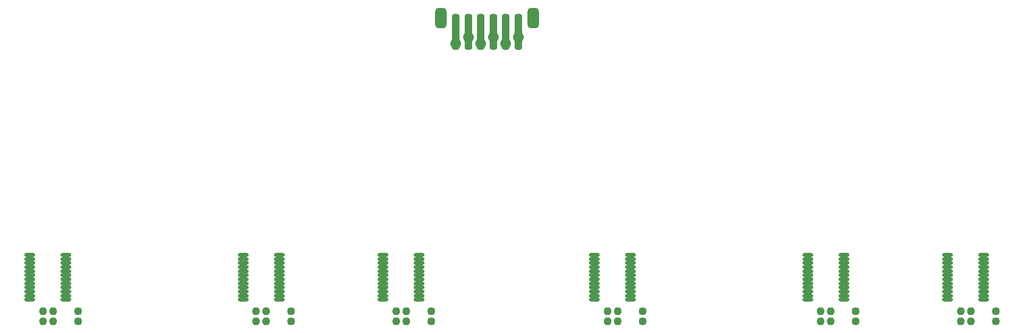
<source format=gbs>
G04*
G04 #@! TF.GenerationSoftware,Altium Limited,Altium Designer,21.3.2 (30)*
G04*
G04 Layer_Color=16711935*
%FSLAX44Y44*%
%MOMM*%
G71*
G04*
G04 #@! TF.SameCoordinates,78750805-DB91-4CD3-9BAD-7DFD151DFB16*
G04*
G04*
G04 #@! TF.FilePolarity,Negative*
G04*
G01*
G75*
%ADD16C,1.7032*%
G04:AMPARAMS|DCode=28|XSize=1.1532mm|YSize=1.1032mm|CornerRadius=0.3266mm|HoleSize=0mm|Usage=FLASHONLY|Rotation=180.000|XOffset=0mm|YOffset=0mm|HoleType=Round|Shape=RoundedRectangle|*
%AMROUNDEDRECTD28*
21,1,1.1532,0.4500,0,0,180.0*
21,1,0.5000,1.1032,0,0,180.0*
1,1,0.6532,-0.2500,0.2250*
1,1,0.6532,0.2500,0.2250*
1,1,0.6532,0.2500,-0.2250*
1,1,0.6532,-0.2500,-0.2250*
%
%ADD28ROUNDEDRECTD28*%
G04:AMPARAMS|DCode=29|XSize=1.1532mm|YSize=1.1032mm|CornerRadius=0.3266mm|HoleSize=0mm|Usage=FLASHONLY|Rotation=90.000|XOffset=0mm|YOffset=0mm|HoleType=Round|Shape=RoundedRectangle|*
%AMROUNDEDRECTD29*
21,1,1.1532,0.4500,0,0,90.0*
21,1,0.5000,1.1032,0,0,90.0*
1,1,0.6532,0.2250,0.2500*
1,1,0.6532,0.2250,-0.2500*
1,1,0.6532,-0.2250,-0.2500*
1,1,0.6532,-0.2250,0.2500*
%
%ADD29ROUNDEDRECTD29*%
%ADD30O,1.7032X0.6532*%
G04:AMPARAMS|DCode=31|XSize=1.8032mm|YSize=3.2032mm|CornerRadius=0.5016mm|HoleSize=0mm|Usage=FLASHONLY|Rotation=0.000|XOffset=0mm|YOffset=0mm|HoleType=Round|Shape=RoundedRectangle|*
%AMROUNDEDRECTD31*
21,1,1.8032,2.2000,0,0,0.0*
21,1,0.8000,3.2032,0,0,0.0*
1,1,1.0032,0.4000,-1.1000*
1,1,1.0032,-0.4000,-1.1000*
1,1,1.0032,-0.4000,1.1000*
1,1,1.0032,0.4000,1.1000*
%
%ADD31ROUNDEDRECTD31*%
G04:AMPARAMS|DCode=32|XSize=1.2032mm|YSize=5.7032mm|CornerRadius=0.3516mm|HoleSize=0mm|Usage=FLASHONLY|Rotation=0.000|XOffset=0mm|YOffset=0mm|HoleType=Round|Shape=RoundedRectangle|*
%AMROUNDEDRECTD32*
21,1,1.2032,5.0000,0,0,0.0*
21,1,0.5000,5.7032,0,0,0.0*
1,1,0.7032,0.2500,-2.5000*
1,1,0.7032,-0.2500,-2.5000*
1,1,0.7032,-0.2500,2.5000*
1,1,0.7032,0.2500,2.5000*
%
%ADD32ROUNDEDRECTD32*%
D16*
X800000Y523000D02*
D03*
X820000Y533000D02*
D03*
X900000D02*
D03*
X880000Y523000D02*
D03*
X860000Y533000D02*
D03*
X840000Y523000D02*
D03*
D28*
X198000Y96000D02*
D03*
Y80000D02*
D03*
X538000Y96000D02*
D03*
Y80000D02*
D03*
X761000D02*
D03*
Y96000D02*
D03*
X1098000D02*
D03*
Y80000D02*
D03*
X1438000Y96000D02*
D03*
Y80000D02*
D03*
X1661000Y96000D02*
D03*
Y80000D02*
D03*
D29*
X498000Y80000D02*
D03*
X482000D02*
D03*
X498000Y96000D02*
D03*
X482000D02*
D03*
X721000Y80000D02*
D03*
X705000D02*
D03*
X721000Y96000D02*
D03*
X705000D02*
D03*
X1058000Y80000D02*
D03*
X1042000D02*
D03*
X1058000Y96000D02*
D03*
X1042000D02*
D03*
X1398000Y80000D02*
D03*
X1382000D02*
D03*
X1398000Y96000D02*
D03*
X1382000D02*
D03*
X1621000D02*
D03*
X1605000D02*
D03*
X1621000Y80000D02*
D03*
X1605000D02*
D03*
X142000D02*
D03*
X158000D02*
D03*
X142000Y96000D02*
D03*
X158000D02*
D03*
D30*
X1584000Y114250D02*
D03*
Y120750D02*
D03*
Y127250D02*
D03*
Y133750D02*
D03*
Y140250D02*
D03*
Y146750D02*
D03*
Y153250D02*
D03*
Y159750D02*
D03*
Y166250D02*
D03*
Y172750D02*
D03*
Y179250D02*
D03*
Y185750D02*
D03*
X1642000Y114250D02*
D03*
Y120750D02*
D03*
Y127250D02*
D03*
Y133750D02*
D03*
Y140250D02*
D03*
Y146750D02*
D03*
Y153250D02*
D03*
Y159750D02*
D03*
Y166250D02*
D03*
Y172750D02*
D03*
Y179250D02*
D03*
Y185750D02*
D03*
X1079000D02*
D03*
Y179250D02*
D03*
Y172750D02*
D03*
Y166250D02*
D03*
Y159750D02*
D03*
Y153250D02*
D03*
Y146750D02*
D03*
Y140250D02*
D03*
Y133750D02*
D03*
Y127250D02*
D03*
Y120750D02*
D03*
Y114250D02*
D03*
X1021000Y185750D02*
D03*
Y179250D02*
D03*
Y172750D02*
D03*
Y166250D02*
D03*
Y159750D02*
D03*
Y153250D02*
D03*
Y146750D02*
D03*
Y140250D02*
D03*
Y133750D02*
D03*
Y127250D02*
D03*
Y120750D02*
D03*
Y114250D02*
D03*
X1419000Y185750D02*
D03*
Y179250D02*
D03*
Y172750D02*
D03*
Y166250D02*
D03*
Y159750D02*
D03*
Y153250D02*
D03*
Y146750D02*
D03*
Y140250D02*
D03*
Y133750D02*
D03*
Y127250D02*
D03*
Y120750D02*
D03*
Y114250D02*
D03*
X1361000Y185750D02*
D03*
Y179250D02*
D03*
Y172750D02*
D03*
Y166250D02*
D03*
Y159750D02*
D03*
Y153250D02*
D03*
Y146750D02*
D03*
Y140250D02*
D03*
Y133750D02*
D03*
Y127250D02*
D03*
Y120750D02*
D03*
Y114250D02*
D03*
X742000Y185750D02*
D03*
Y179250D02*
D03*
Y172750D02*
D03*
Y166250D02*
D03*
Y159750D02*
D03*
Y153250D02*
D03*
Y146750D02*
D03*
Y140250D02*
D03*
Y133750D02*
D03*
Y127250D02*
D03*
Y120750D02*
D03*
Y114250D02*
D03*
X684000Y185750D02*
D03*
Y179250D02*
D03*
Y172750D02*
D03*
Y166250D02*
D03*
Y159750D02*
D03*
Y153250D02*
D03*
Y146750D02*
D03*
Y140250D02*
D03*
Y133750D02*
D03*
Y127250D02*
D03*
Y120750D02*
D03*
Y114250D02*
D03*
X519000Y185750D02*
D03*
Y179250D02*
D03*
Y172750D02*
D03*
Y166250D02*
D03*
Y159750D02*
D03*
Y153250D02*
D03*
Y146750D02*
D03*
Y140250D02*
D03*
Y133750D02*
D03*
Y127250D02*
D03*
Y120750D02*
D03*
Y114250D02*
D03*
X461000Y185750D02*
D03*
Y179250D02*
D03*
Y172750D02*
D03*
Y166250D02*
D03*
Y159750D02*
D03*
Y153250D02*
D03*
Y146750D02*
D03*
Y140250D02*
D03*
Y133750D02*
D03*
Y127250D02*
D03*
Y120750D02*
D03*
Y114250D02*
D03*
X179000Y185750D02*
D03*
Y179250D02*
D03*
Y172750D02*
D03*
Y166250D02*
D03*
Y159750D02*
D03*
Y153250D02*
D03*
Y146750D02*
D03*
Y140250D02*
D03*
Y133750D02*
D03*
Y127250D02*
D03*
Y120750D02*
D03*
Y114250D02*
D03*
X121000Y185750D02*
D03*
Y179250D02*
D03*
Y172750D02*
D03*
Y166250D02*
D03*
Y159750D02*
D03*
Y153250D02*
D03*
Y146750D02*
D03*
Y140250D02*
D03*
Y133750D02*
D03*
Y127250D02*
D03*
Y120750D02*
D03*
Y114250D02*
D03*
D31*
X924000Y563000D02*
D03*
X776000D02*
D03*
D32*
X900000Y541000D02*
D03*
X800000D02*
D03*
X820000D02*
D03*
X840000D02*
D03*
X860000D02*
D03*
X880000D02*
D03*
M02*

</source>
